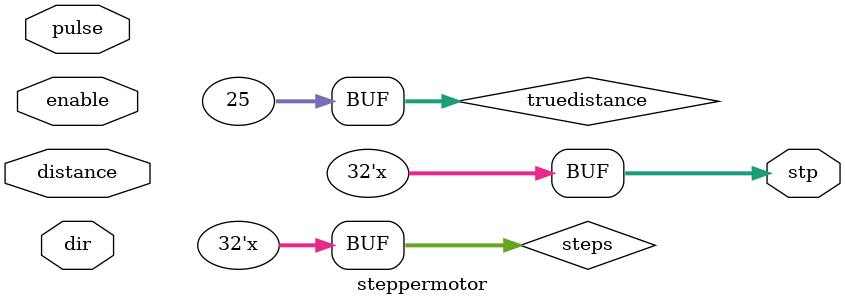
<source format=sv>
module steppermotor(input dir,enable,pulse, input wire signed [31:0] distance,output reg [31:0] stp);



      //coils
reg A,B,C,D;
reg [31:0] steps = 0;
      //step position
reg [3:0] p = 0;
reg [31:0] truedistance = ((200 * 2) / (2 * 8));

  always @(pulse) begin
    
      
    if(steps != truedistance) begin

  

    if(p == 4 ) begin
    
        p = 0;
        steps = steps + 1;
        stp = steps;
    
    end

    if(enable && dir) begin
        
       case(p)
        
          0 : {A, B, C, D} = {1'd1,1'd0,1'd0,1'd1};
          1 : {A, B, C, D} = {1'd1,1'd1,1'd0,1'd0};
          2 : {A, B, C, D} = {1'd0,1'd1,1'd1,1'd0};
          3 : {A, B, C, D} = {1'd0,1'd0,1'd1,1'd1};

          default: {A, B, C, D} = {1'd0,1'd0,1'd0,1'd0};
       endcase
     end 
    
     if(enable && ~dir) begin
        
        case(p)
        
          0 : {D, C, B, A} = {1'd1,1'd0,1'd0,1'd1};
          1 : {D, C, B, A} = {1'd1,1'd1,1'd0,1'd0};
          2 : {D, C, B, A} = {1'd0,1'd1,1'd1,1'd0};
          3 : {D, C, B, A} = {1'd0,1'd0,1'd1,1'd1};
          
            default: {A, B, C, D} = {1'd0,1'd0,1'd0,1'd0};
        endcase
        
     end 
    end   
     if(~enable || steps == distance) begin
     
        {A ,B ,C ,D} = {1'd0,1'd0,1'd0,1'd0};
        p = 0;
        
     end 
    p = p+1;
  end

endmodule

</source>
